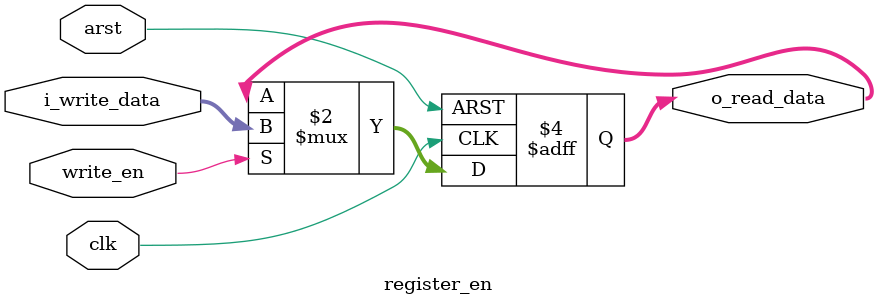
<source format=sv>
/* Copyright (c) 2024 Maveric NU. All rights reserved. */

// -------------------------------------------------------------
// This is a nonarchitectural register with write enable signal.
// -------------------------------------------------------------

module register_en
// Parameters.
#(
    parameter DATA_WIDTH = 32
)
// Port decleration.
(
    // Common clock & enable signal.
    input  logic                      clk,
    input  logic                      write_en,
    input  logic                      arst,

    //Input interface.
    input  logic [ DATA_WIDTH - 1:0 ] i_write_data,

    // Output interface.
    output logic [ DATA_WIDTH - 1:0 ] o_read_data
);

    // Write logic.
    always_ff @( posedge clk, posedge arst ) begin
        if ( arst ) o_read_data <= '0;
        else if ( write_en ) begin
            o_read_data <= i_write_data;
        end
    end

endmodule

</source>
